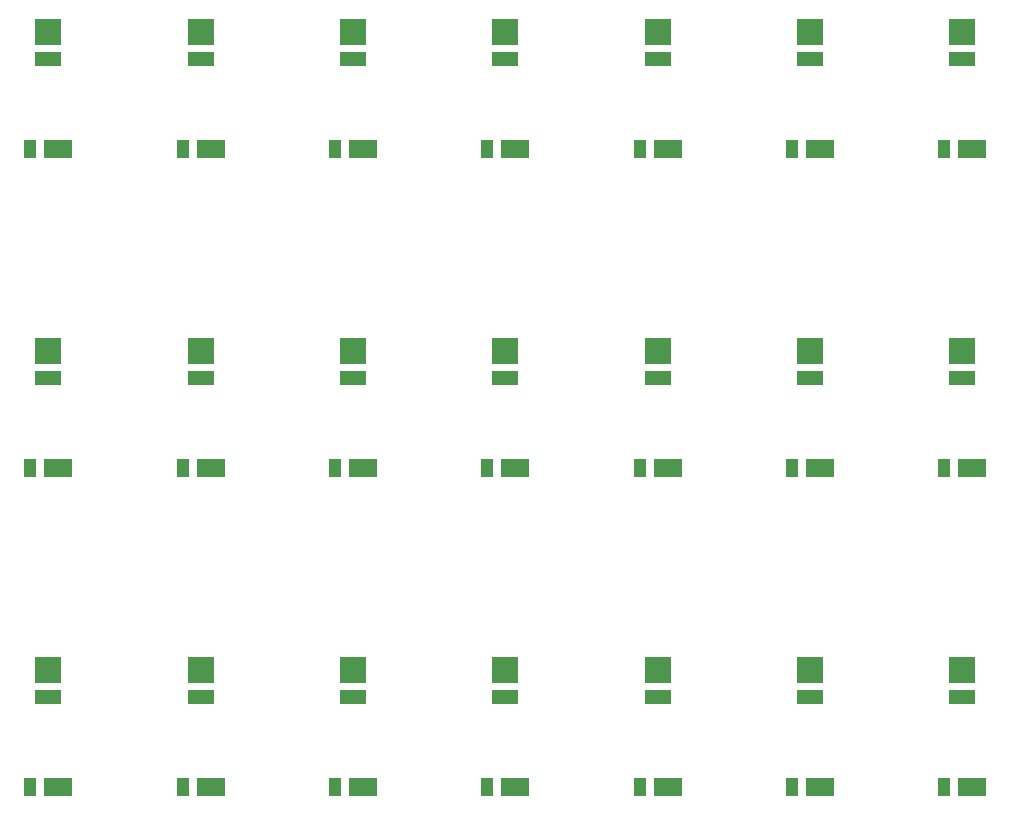
<source format=gbr>
G04 #@! TF.GenerationSoftware,KiCad,Pcbnew,(5.1.5)-3*
G04 #@! TF.CreationDate,2020-06-10T08:11:37+03:00*
G04 #@! TF.ProjectId,noname,6e6f6e61-6d65-42e6-9b69-6361645f7063,rev?*
G04 #@! TF.SameCoordinates,Original*
G04 #@! TF.FileFunction,Paste,Bot*
G04 #@! TF.FilePolarity,Positive*
%FSLAX46Y46*%
G04 Gerber Fmt 4.6, Leading zero omitted, Abs format (unit mm)*
G04 Created by KiCad (PCBNEW (5.1.5)-3) date 2020-06-10 08:11:37*
%MOMM*%
%LPD*%
G04 APERTURE LIST*
%ADD10R,2.400000X1.500000*%
%ADD11R,1.050000X1.500000*%
%ADD12R,2.200000X1.250000*%
%ADD13R,2.200000X2.200000*%
G04 APERTURE END LIST*
D10*
X148700000Y-117400000D03*
D11*
X146325000Y-117400000D03*
D10*
X110000000Y-117400000D03*
D11*
X107625000Y-117400000D03*
D10*
X135800000Y-117400000D03*
D11*
X133425000Y-117400000D03*
D10*
X174500000Y-117400000D03*
D11*
X172125000Y-117400000D03*
D10*
X161600000Y-117400000D03*
D11*
X159225000Y-117400000D03*
D10*
X122900000Y-117400000D03*
D11*
X120525000Y-117400000D03*
D12*
X134950000Y-109775000D03*
D13*
X134950000Y-107500000D03*
D12*
X122050000Y-109775000D03*
D13*
X122050000Y-107500000D03*
D12*
X109150000Y-109775000D03*
D13*
X109150000Y-107500000D03*
D12*
X173650000Y-109775000D03*
D13*
X173650000Y-107500000D03*
D12*
X147850000Y-109775000D03*
D13*
X147850000Y-107500000D03*
D12*
X160750000Y-109775000D03*
D13*
X160750000Y-107500000D03*
X96250000Y-107500000D03*
D12*
X96250000Y-109775000D03*
D11*
X94725000Y-117400000D03*
D10*
X97100000Y-117400000D03*
D11*
X107625000Y-90400000D03*
D10*
X110000000Y-90400000D03*
D11*
X146325000Y-90400000D03*
D10*
X148700000Y-90400000D03*
D11*
X133425000Y-90400000D03*
D10*
X135800000Y-90400000D03*
D11*
X172125000Y-90400000D03*
D10*
X174500000Y-90400000D03*
D11*
X159225000Y-90400000D03*
D10*
X161600000Y-90400000D03*
D11*
X120525000Y-90400000D03*
D10*
X122900000Y-90400000D03*
D13*
X122050000Y-80500000D03*
D12*
X122050000Y-82775000D03*
D13*
X109150000Y-80500000D03*
D12*
X109150000Y-82775000D03*
D13*
X173650000Y-80500000D03*
D12*
X173650000Y-82775000D03*
D13*
X160750000Y-80500000D03*
D12*
X160750000Y-82775000D03*
D13*
X147850000Y-80500000D03*
D12*
X147850000Y-82775000D03*
D13*
X134950000Y-80500000D03*
D12*
X134950000Y-82775000D03*
D10*
X97100000Y-90400000D03*
D11*
X94725000Y-90400000D03*
D12*
X96250000Y-82775000D03*
D13*
X96250000Y-80500000D03*
D10*
X174500000Y-63400000D03*
D11*
X172125000Y-63400000D03*
D10*
X161600000Y-63400000D03*
D11*
X159225000Y-63400000D03*
D10*
X148700000Y-63400000D03*
D11*
X146325000Y-63400000D03*
D10*
X135800000Y-63400000D03*
D11*
X133425000Y-63400000D03*
D10*
X122900000Y-63400000D03*
D11*
X120525000Y-63400000D03*
D10*
X110000000Y-63400000D03*
D11*
X107625000Y-63400000D03*
D12*
X173650000Y-55775000D03*
D13*
X173650000Y-53500000D03*
D12*
X160750000Y-55775000D03*
D13*
X160750000Y-53500000D03*
D12*
X147850000Y-55775000D03*
D13*
X147850000Y-53500000D03*
D12*
X134950000Y-55775000D03*
D13*
X134950000Y-53500000D03*
D12*
X122050000Y-55775000D03*
D13*
X122050000Y-53500000D03*
D12*
X109150000Y-55775000D03*
D13*
X109150000Y-53500000D03*
X96250000Y-53500000D03*
D12*
X96250000Y-55775000D03*
D11*
X94725000Y-63400000D03*
D10*
X97100000Y-63400000D03*
M02*

</source>
